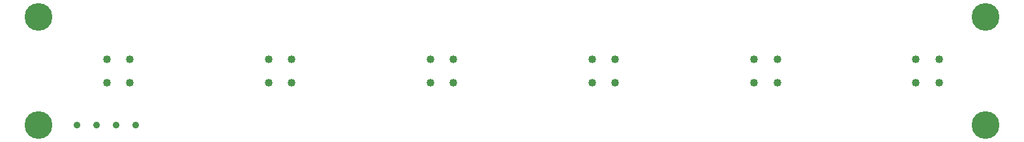
<source format=gbr>
%TF.GenerationSoftware,Altium Limited,Altium Designer,24.0.1 (36)*%
G04 Layer_Color=0*
%FSLAX45Y45*%
%MOMM*%
%TF.SameCoordinates,9BE18756-9D8A-4005-A41C-0EF74CF4EEEB*%
%TF.FilePolarity,Positive*%
%TF.FileFunction,Plated,1,2,PTH,Drill*%
%TF.Part,Single*%
G01*
G75*
%TA.AperFunction,ComponentDrill*%
%ADD24C,1.02000*%
%ADD25C,0.90000*%
%TA.AperFunction,OtherDrill,Pad Free-13 (151mm,42mm)*%
%ADD26C,3.60000*%
%TA.AperFunction,OtherDrill,Pad Free-13 (151mm,28mm)*%
%ADD27C,3.60000*%
%TA.AperFunction,OtherDrill,Pad Free-13 (28mm,28mm)*%
%ADD28C,3.60000*%
%TA.AperFunction,OtherDrill,Pad Free-13 (28mm,42mm)*%
%ADD29C,3.60000*%
D24*
X14491499Y3650000D02*
D03*
Y3350000D02*
D03*
X14191499Y3650000D02*
D03*
Y3350000D02*
D03*
X12391500Y3650000D02*
D03*
Y3350000D02*
D03*
X12091500Y3650000D02*
D03*
Y3350000D02*
D03*
X10291500Y3650000D02*
D03*
Y3350000D02*
D03*
X9991500Y3650000D02*
D03*
Y3350000D02*
D03*
X8191500Y3650000D02*
D03*
Y3350000D02*
D03*
X7891500Y3650000D02*
D03*
Y3350000D02*
D03*
X6091500Y3650000D02*
D03*
Y3350000D02*
D03*
X5791500Y3650000D02*
D03*
Y3350000D02*
D03*
X3991500Y3650000D02*
D03*
Y3350000D02*
D03*
X3691500Y3650000D02*
D03*
Y3350000D02*
D03*
D25*
X3300000Y2800000D02*
D03*
X3554000D02*
D03*
X3808000D02*
D03*
X4062000D02*
D03*
D26*
X15100000Y4200000D02*
D03*
D27*
Y2800000D02*
D03*
D28*
X2800000D02*
D03*
D29*
Y4200000D02*
D03*
%TF.MD5,8909dc7e89945f7cbd1ca7d389e78cd7*%
M02*

</source>
